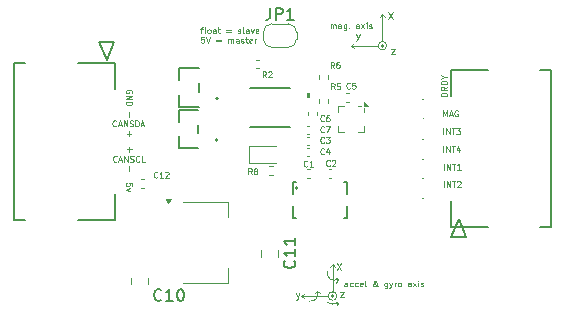
<source format=gbr>
%TF.GenerationSoftware,KiCad,Pcbnew,8.0.7*%
%TF.CreationDate,2024-12-18T22:04:57+01:00*%
%TF.ProjectId,Xplore ERC IMU,58706c6f-7265-4204-9552-4320494d552e,rev?*%
%TF.SameCoordinates,Original*%
%TF.FileFunction,Legend,Top*%
%TF.FilePolarity,Positive*%
%FSLAX46Y46*%
G04 Gerber Fmt 4.6, Leading zero omitted, Abs format (unit mm)*
G04 Created by KiCad (PCBNEW 8.0.7) date 2024-12-18 22:04:57*
%MOMM*%
%LPD*%
G01*
G04 APERTURE LIST*
%ADD10C,0.100000*%
%ADD11C,0.152078*%
%ADD12C,0.150000*%
%ADD13C,0.120000*%
%ADD14C,0.103417*%
%ADD15C,0.152400*%
%ADD16C,0.127000*%
%ADD17C,0.200000*%
%ADD18C,0.000000*%
G04 APERTURE END LIST*
D10*
X150690717Y-95850000D02*
G75*
G02*
X149968389Y-95850000I-361164J0D01*
G01*
X149968389Y-95850000D02*
G75*
G02*
X150690717Y-95850000I361164J0D01*
G01*
X143402058Y-117052009D02*
X143652058Y-116852009D01*
X146558587Y-117614631D02*
X146500000Y-117800000D01*
D11*
X150405592Y-95850000D02*
G75*
G02*
X150253514Y-95850000I-76039J0D01*
G01*
X150253514Y-95850000D02*
G75*
G02*
X150405592Y-95850000I76039J0D01*
G01*
X146176039Y-117050000D02*
G75*
G02*
X146023961Y-117050000I-76039J0D01*
G01*
X146023961Y-117050000D02*
G75*
G02*
X146176039Y-117050000I76039J0D01*
G01*
D10*
X150329553Y-93150000D02*
X150129553Y-93400000D01*
X145738836Y-117050000D02*
X143402058Y-117052009D01*
X144652058Y-116802009D02*
X144783552Y-116604874D01*
X149968389Y-95850000D02*
X147631611Y-95852009D01*
X146558587Y-117614631D02*
G75*
G02*
X145649995Y-117600009I-442287J753531D01*
G01*
X146100000Y-116688836D02*
X146100000Y-114350000D01*
X146400000Y-117550000D02*
X146558587Y-117614631D01*
X143402058Y-117052009D02*
X143652058Y-117252009D01*
X144783552Y-116604874D02*
G75*
G02*
X144142134Y-117470546I-499952J-300026D01*
G01*
X146352058Y-115502009D02*
X146549193Y-115633503D01*
X147631611Y-95852009D02*
X147881611Y-96052009D01*
X146100000Y-114350000D02*
X146300000Y-114600000D01*
X150329553Y-95488836D02*
X150329553Y-93150000D01*
X146558587Y-117614631D02*
X146400000Y-117550000D01*
X146549193Y-115633503D02*
X146402058Y-115902009D01*
X146461164Y-117050000D02*
G75*
G02*
X145738836Y-117050000I-361164J0D01*
G01*
X145738836Y-117050000D02*
G75*
G02*
X146461164Y-117050000I361164J0D01*
G01*
X150329553Y-93150000D02*
X150529553Y-93400000D01*
X144783552Y-116604874D02*
X145052058Y-116752009D01*
X146549193Y-115633503D02*
G75*
G02*
X145683514Y-114992084I-299993J500003D01*
G01*
X147631611Y-95852009D02*
X147881611Y-95652009D01*
X146100000Y-114350000D02*
X145900000Y-114600000D01*
X129092580Y-99846741D02*
X129116390Y-99799122D01*
X129116390Y-99799122D02*
X129116390Y-99727693D01*
X129116390Y-99727693D02*
X129092580Y-99656265D01*
X129092580Y-99656265D02*
X129044961Y-99608646D01*
X129044961Y-99608646D02*
X128997342Y-99584836D01*
X128997342Y-99584836D02*
X128902104Y-99561027D01*
X128902104Y-99561027D02*
X128830676Y-99561027D01*
X128830676Y-99561027D02*
X128735438Y-99584836D01*
X128735438Y-99584836D02*
X128687819Y-99608646D01*
X128687819Y-99608646D02*
X128640200Y-99656265D01*
X128640200Y-99656265D02*
X128616390Y-99727693D01*
X128616390Y-99727693D02*
X128616390Y-99775312D01*
X128616390Y-99775312D02*
X128640200Y-99846741D01*
X128640200Y-99846741D02*
X128664009Y-99870550D01*
X128664009Y-99870550D02*
X128830676Y-99870550D01*
X128830676Y-99870550D02*
X128830676Y-99775312D01*
X128616390Y-100084836D02*
X129116390Y-100084836D01*
X129116390Y-100084836D02*
X128616390Y-100370550D01*
X128616390Y-100370550D02*
X129116390Y-100370550D01*
X128616390Y-100608646D02*
X129116390Y-100608646D01*
X129116390Y-100608646D02*
X129116390Y-100727694D01*
X129116390Y-100727694D02*
X129092580Y-100799122D01*
X129092580Y-100799122D02*
X129044961Y-100846741D01*
X129044961Y-100846741D02*
X128997342Y-100870551D01*
X128997342Y-100870551D02*
X128902104Y-100894360D01*
X128902104Y-100894360D02*
X128830676Y-100894360D01*
X128830676Y-100894360D02*
X128735438Y-100870551D01*
X128735438Y-100870551D02*
X128687819Y-100846741D01*
X128687819Y-100846741D02*
X128640200Y-100799122D01*
X128640200Y-100799122D02*
X128616390Y-100727694D01*
X128616390Y-100727694D02*
X128616390Y-100608646D01*
X155534836Y-107823665D02*
X155534836Y-107323665D01*
X155772931Y-107823665D02*
X155772931Y-107323665D01*
X155772931Y-107323665D02*
X156058645Y-107823665D01*
X156058645Y-107823665D02*
X156058645Y-107323665D01*
X156225313Y-107323665D02*
X156511027Y-107323665D01*
X156368170Y-107823665D02*
X156368170Y-107323665D01*
X156653884Y-107371284D02*
X156677693Y-107347475D01*
X156677693Y-107347475D02*
X156725312Y-107323665D01*
X156725312Y-107323665D02*
X156844360Y-107323665D01*
X156844360Y-107323665D02*
X156891979Y-107347475D01*
X156891979Y-107347475D02*
X156915788Y-107371284D01*
X156915788Y-107371284D02*
X156939598Y-107418903D01*
X156939598Y-107418903D02*
X156939598Y-107466522D01*
X156939598Y-107466522D02*
X156915788Y-107537951D01*
X156915788Y-107537951D02*
X156630074Y-107823665D01*
X156630074Y-107823665D02*
X156939598Y-107823665D01*
X128893133Y-104815163D02*
X128893133Y-104434211D01*
X129083609Y-104624687D02*
X128702657Y-104624687D01*
X128904985Y-106425347D02*
X128904985Y-106044395D01*
X139270550Y-106733609D02*
X139103884Y-106495514D01*
X138984836Y-106733609D02*
X138984836Y-106233609D01*
X138984836Y-106233609D02*
X139175312Y-106233609D01*
X139175312Y-106233609D02*
X139222931Y-106257419D01*
X139222931Y-106257419D02*
X139246741Y-106281228D01*
X139246741Y-106281228D02*
X139270550Y-106328847D01*
X139270550Y-106328847D02*
X139270550Y-106400276D01*
X139270550Y-106400276D02*
X139246741Y-106447895D01*
X139246741Y-106447895D02*
X139222931Y-106471704D01*
X139222931Y-106471704D02*
X139175312Y-106495514D01*
X139175312Y-106495514D02*
X138984836Y-106495514D01*
X139556265Y-106447895D02*
X139508646Y-106424085D01*
X139508646Y-106424085D02*
X139484836Y-106400276D01*
X139484836Y-106400276D02*
X139461027Y-106352657D01*
X139461027Y-106352657D02*
X139461027Y-106328847D01*
X139461027Y-106328847D02*
X139484836Y-106281228D01*
X139484836Y-106281228D02*
X139508646Y-106257419D01*
X139508646Y-106257419D02*
X139556265Y-106233609D01*
X139556265Y-106233609D02*
X139651503Y-106233609D01*
X139651503Y-106233609D02*
X139699122Y-106257419D01*
X139699122Y-106257419D02*
X139722931Y-106281228D01*
X139722931Y-106281228D02*
X139746741Y-106328847D01*
X139746741Y-106328847D02*
X139746741Y-106352657D01*
X139746741Y-106352657D02*
X139722931Y-106400276D01*
X139722931Y-106400276D02*
X139699122Y-106424085D01*
X139699122Y-106424085D02*
X139651503Y-106447895D01*
X139651503Y-106447895D02*
X139556265Y-106447895D01*
X139556265Y-106447895D02*
X139508646Y-106471704D01*
X139508646Y-106471704D02*
X139484836Y-106495514D01*
X139484836Y-106495514D02*
X139461027Y-106543133D01*
X139461027Y-106543133D02*
X139461027Y-106638371D01*
X139461027Y-106638371D02*
X139484836Y-106685990D01*
X139484836Y-106685990D02*
X139508646Y-106709800D01*
X139508646Y-106709800D02*
X139556265Y-106733609D01*
X139556265Y-106733609D02*
X139651503Y-106733609D01*
X139651503Y-106733609D02*
X139699122Y-106709800D01*
X139699122Y-106709800D02*
X139722931Y-106685990D01*
X139722931Y-106685990D02*
X139746741Y-106638371D01*
X139746741Y-106638371D02*
X139746741Y-106543133D01*
X139746741Y-106543133D02*
X139722931Y-106495514D01*
X139722931Y-106495514D02*
X139699122Y-106471704D01*
X139699122Y-106471704D02*
X139651503Y-106447895D01*
X155534836Y-106333609D02*
X155534836Y-105833609D01*
X155772931Y-106333609D02*
X155772931Y-105833609D01*
X155772931Y-105833609D02*
X156058645Y-106333609D01*
X156058645Y-106333609D02*
X156058645Y-105833609D01*
X156225313Y-105833609D02*
X156511027Y-105833609D01*
X156368170Y-106333609D02*
X156368170Y-105833609D01*
X156939598Y-106333609D02*
X156653884Y-106333609D01*
X156796741Y-106333609D02*
X156796741Y-105833609D01*
X156796741Y-105833609D02*
X156749122Y-105905038D01*
X156749122Y-105905038D02*
X156701503Y-105952657D01*
X156701503Y-105952657D02*
X156653884Y-105976466D01*
X151198496Y-93628628D02*
X150798496Y-93028628D01*
X150798496Y-93628628D02*
X151198496Y-93028628D01*
X127770550Y-102635990D02*
X127746741Y-102659800D01*
X127746741Y-102659800D02*
X127675312Y-102683609D01*
X127675312Y-102683609D02*
X127627693Y-102683609D01*
X127627693Y-102683609D02*
X127556265Y-102659800D01*
X127556265Y-102659800D02*
X127508646Y-102612180D01*
X127508646Y-102612180D02*
X127484836Y-102564561D01*
X127484836Y-102564561D02*
X127461027Y-102469323D01*
X127461027Y-102469323D02*
X127461027Y-102397895D01*
X127461027Y-102397895D02*
X127484836Y-102302657D01*
X127484836Y-102302657D02*
X127508646Y-102255038D01*
X127508646Y-102255038D02*
X127556265Y-102207419D01*
X127556265Y-102207419D02*
X127627693Y-102183609D01*
X127627693Y-102183609D02*
X127675312Y-102183609D01*
X127675312Y-102183609D02*
X127746741Y-102207419D01*
X127746741Y-102207419D02*
X127770550Y-102231228D01*
X127961027Y-102540752D02*
X128199122Y-102540752D01*
X127913408Y-102683609D02*
X128080074Y-102183609D01*
X128080074Y-102183609D02*
X128246741Y-102683609D01*
X128413407Y-102683609D02*
X128413407Y-102183609D01*
X128413407Y-102183609D02*
X128699121Y-102683609D01*
X128699121Y-102683609D02*
X128699121Y-102183609D01*
X128913408Y-102659800D02*
X128984836Y-102683609D01*
X128984836Y-102683609D02*
X129103884Y-102683609D01*
X129103884Y-102683609D02*
X129151503Y-102659800D01*
X129151503Y-102659800D02*
X129175312Y-102635990D01*
X129175312Y-102635990D02*
X129199122Y-102588371D01*
X129199122Y-102588371D02*
X129199122Y-102540752D01*
X129199122Y-102540752D02*
X129175312Y-102493133D01*
X129175312Y-102493133D02*
X129151503Y-102469323D01*
X129151503Y-102469323D02*
X129103884Y-102445514D01*
X129103884Y-102445514D02*
X129008646Y-102421704D01*
X129008646Y-102421704D02*
X128961027Y-102397895D01*
X128961027Y-102397895D02*
X128937217Y-102374085D01*
X128937217Y-102374085D02*
X128913408Y-102326466D01*
X128913408Y-102326466D02*
X128913408Y-102278847D01*
X128913408Y-102278847D02*
X128937217Y-102231228D01*
X128937217Y-102231228D02*
X128961027Y-102207419D01*
X128961027Y-102207419D02*
X129008646Y-102183609D01*
X129008646Y-102183609D02*
X129127693Y-102183609D01*
X129127693Y-102183609D02*
X129199122Y-102207419D01*
X129413407Y-102683609D02*
X129413407Y-102183609D01*
X129413407Y-102183609D02*
X129532455Y-102183609D01*
X129532455Y-102183609D02*
X129603883Y-102207419D01*
X129603883Y-102207419D02*
X129651502Y-102255038D01*
X129651502Y-102255038D02*
X129675312Y-102302657D01*
X129675312Y-102302657D02*
X129699121Y-102397895D01*
X129699121Y-102397895D02*
X129699121Y-102469323D01*
X129699121Y-102469323D02*
X129675312Y-102564561D01*
X129675312Y-102564561D02*
X129651502Y-102612180D01*
X129651502Y-102612180D02*
X129603883Y-102659800D01*
X129603883Y-102659800D02*
X129532455Y-102683609D01*
X129532455Y-102683609D02*
X129413407Y-102683609D01*
X129889598Y-102540752D02*
X130127693Y-102540752D01*
X129841979Y-102683609D02*
X130008645Y-102183609D01*
X130008645Y-102183609D02*
X130175312Y-102683609D01*
X145370550Y-102185990D02*
X145346741Y-102209800D01*
X145346741Y-102209800D02*
X145275312Y-102233609D01*
X145275312Y-102233609D02*
X145227693Y-102233609D01*
X145227693Y-102233609D02*
X145156265Y-102209800D01*
X145156265Y-102209800D02*
X145108646Y-102162180D01*
X145108646Y-102162180D02*
X145084836Y-102114561D01*
X145084836Y-102114561D02*
X145061027Y-102019323D01*
X145061027Y-102019323D02*
X145061027Y-101947895D01*
X145061027Y-101947895D02*
X145084836Y-101852657D01*
X145084836Y-101852657D02*
X145108646Y-101805038D01*
X145108646Y-101805038D02*
X145156265Y-101757419D01*
X145156265Y-101757419D02*
X145227693Y-101733609D01*
X145227693Y-101733609D02*
X145275312Y-101733609D01*
X145275312Y-101733609D02*
X145346741Y-101757419D01*
X145346741Y-101757419D02*
X145370550Y-101781228D01*
X145799122Y-101733609D02*
X145703884Y-101733609D01*
X145703884Y-101733609D02*
X145656265Y-101757419D01*
X145656265Y-101757419D02*
X145632455Y-101781228D01*
X145632455Y-101781228D02*
X145584836Y-101852657D01*
X145584836Y-101852657D02*
X145561027Y-101947895D01*
X145561027Y-101947895D02*
X145561027Y-102138371D01*
X145561027Y-102138371D02*
X145584836Y-102185990D01*
X145584836Y-102185990D02*
X145608646Y-102209800D01*
X145608646Y-102209800D02*
X145656265Y-102233609D01*
X145656265Y-102233609D02*
X145751503Y-102233609D01*
X145751503Y-102233609D02*
X145799122Y-102209800D01*
X145799122Y-102209800D02*
X145822931Y-102185990D01*
X145822931Y-102185990D02*
X145846741Y-102138371D01*
X145846741Y-102138371D02*
X145846741Y-102019323D01*
X145846741Y-102019323D02*
X145822931Y-101971704D01*
X145822931Y-101971704D02*
X145799122Y-101947895D01*
X145799122Y-101947895D02*
X145751503Y-101924085D01*
X145751503Y-101924085D02*
X145656265Y-101924085D01*
X145656265Y-101924085D02*
X145608646Y-101947895D01*
X145608646Y-101947895D02*
X145584836Y-101971704D01*
X145584836Y-101971704D02*
X145561027Y-102019323D01*
X134915665Y-94464955D02*
X135106141Y-94464955D01*
X134987093Y-94798288D02*
X134987093Y-94369717D01*
X134987093Y-94369717D02*
X135010903Y-94322098D01*
X135010903Y-94322098D02*
X135058522Y-94298288D01*
X135058522Y-94298288D02*
X135106141Y-94298288D01*
X135344236Y-94798288D02*
X135296617Y-94774479D01*
X135296617Y-94774479D02*
X135272807Y-94726859D01*
X135272807Y-94726859D02*
X135272807Y-94298288D01*
X135606141Y-94798288D02*
X135558522Y-94774479D01*
X135558522Y-94774479D02*
X135534712Y-94750669D01*
X135534712Y-94750669D02*
X135510903Y-94703050D01*
X135510903Y-94703050D02*
X135510903Y-94560193D01*
X135510903Y-94560193D02*
X135534712Y-94512574D01*
X135534712Y-94512574D02*
X135558522Y-94488764D01*
X135558522Y-94488764D02*
X135606141Y-94464955D01*
X135606141Y-94464955D02*
X135677569Y-94464955D01*
X135677569Y-94464955D02*
X135725188Y-94488764D01*
X135725188Y-94488764D02*
X135748998Y-94512574D01*
X135748998Y-94512574D02*
X135772807Y-94560193D01*
X135772807Y-94560193D02*
X135772807Y-94703050D01*
X135772807Y-94703050D02*
X135748998Y-94750669D01*
X135748998Y-94750669D02*
X135725188Y-94774479D01*
X135725188Y-94774479D02*
X135677569Y-94798288D01*
X135677569Y-94798288D02*
X135606141Y-94798288D01*
X136201379Y-94798288D02*
X136201379Y-94536383D01*
X136201379Y-94536383D02*
X136177569Y-94488764D01*
X136177569Y-94488764D02*
X136129950Y-94464955D01*
X136129950Y-94464955D02*
X136034712Y-94464955D01*
X136034712Y-94464955D02*
X135987093Y-94488764D01*
X136201379Y-94774479D02*
X136153760Y-94798288D01*
X136153760Y-94798288D02*
X136034712Y-94798288D01*
X136034712Y-94798288D02*
X135987093Y-94774479D01*
X135987093Y-94774479D02*
X135963284Y-94726859D01*
X135963284Y-94726859D02*
X135963284Y-94679240D01*
X135963284Y-94679240D02*
X135987093Y-94631621D01*
X135987093Y-94631621D02*
X136034712Y-94607812D01*
X136034712Y-94607812D02*
X136153760Y-94607812D01*
X136153760Y-94607812D02*
X136201379Y-94584002D01*
X136368046Y-94464955D02*
X136558522Y-94464955D01*
X136439474Y-94298288D02*
X136439474Y-94726859D01*
X136439474Y-94726859D02*
X136463284Y-94774479D01*
X136463284Y-94774479D02*
X136510903Y-94798288D01*
X136510903Y-94798288D02*
X136558522Y-94798288D01*
X137106140Y-94536383D02*
X137487093Y-94536383D01*
X137487093Y-94679240D02*
X137106140Y-94679240D01*
X138082331Y-94774479D02*
X138129950Y-94798288D01*
X138129950Y-94798288D02*
X138225188Y-94798288D01*
X138225188Y-94798288D02*
X138272807Y-94774479D01*
X138272807Y-94774479D02*
X138296616Y-94726859D01*
X138296616Y-94726859D02*
X138296616Y-94703050D01*
X138296616Y-94703050D02*
X138272807Y-94655431D01*
X138272807Y-94655431D02*
X138225188Y-94631621D01*
X138225188Y-94631621D02*
X138153759Y-94631621D01*
X138153759Y-94631621D02*
X138106140Y-94607812D01*
X138106140Y-94607812D02*
X138082331Y-94560193D01*
X138082331Y-94560193D02*
X138082331Y-94536383D01*
X138082331Y-94536383D02*
X138106140Y-94488764D01*
X138106140Y-94488764D02*
X138153759Y-94464955D01*
X138153759Y-94464955D02*
X138225188Y-94464955D01*
X138225188Y-94464955D02*
X138272807Y-94488764D01*
X138582331Y-94798288D02*
X138534712Y-94774479D01*
X138534712Y-94774479D02*
X138510902Y-94726859D01*
X138510902Y-94726859D02*
X138510902Y-94298288D01*
X138987093Y-94798288D02*
X138987093Y-94536383D01*
X138987093Y-94536383D02*
X138963283Y-94488764D01*
X138963283Y-94488764D02*
X138915664Y-94464955D01*
X138915664Y-94464955D02*
X138820426Y-94464955D01*
X138820426Y-94464955D02*
X138772807Y-94488764D01*
X138987093Y-94774479D02*
X138939474Y-94798288D01*
X138939474Y-94798288D02*
X138820426Y-94798288D01*
X138820426Y-94798288D02*
X138772807Y-94774479D01*
X138772807Y-94774479D02*
X138748998Y-94726859D01*
X138748998Y-94726859D02*
X138748998Y-94679240D01*
X138748998Y-94679240D02*
X138772807Y-94631621D01*
X138772807Y-94631621D02*
X138820426Y-94607812D01*
X138820426Y-94607812D02*
X138939474Y-94607812D01*
X138939474Y-94607812D02*
X138987093Y-94584002D01*
X139177569Y-94464955D02*
X139296617Y-94798288D01*
X139296617Y-94798288D02*
X139415664Y-94464955D01*
X139796616Y-94774479D02*
X139748997Y-94798288D01*
X139748997Y-94798288D02*
X139653759Y-94798288D01*
X139653759Y-94798288D02*
X139606140Y-94774479D01*
X139606140Y-94774479D02*
X139582331Y-94726859D01*
X139582331Y-94726859D02*
X139582331Y-94536383D01*
X139582331Y-94536383D02*
X139606140Y-94488764D01*
X139606140Y-94488764D02*
X139653759Y-94464955D01*
X139653759Y-94464955D02*
X139748997Y-94464955D01*
X139748997Y-94464955D02*
X139796616Y-94488764D01*
X139796616Y-94488764D02*
X139820426Y-94536383D01*
X139820426Y-94536383D02*
X139820426Y-94584002D01*
X139820426Y-94584002D02*
X139582331Y-94631621D01*
X135225188Y-95103260D02*
X134987093Y-95103260D01*
X134987093Y-95103260D02*
X134963284Y-95341355D01*
X134963284Y-95341355D02*
X134987093Y-95317546D01*
X134987093Y-95317546D02*
X135034712Y-95293736D01*
X135034712Y-95293736D02*
X135153760Y-95293736D01*
X135153760Y-95293736D02*
X135201379Y-95317546D01*
X135201379Y-95317546D02*
X135225188Y-95341355D01*
X135225188Y-95341355D02*
X135248998Y-95388974D01*
X135248998Y-95388974D02*
X135248998Y-95508022D01*
X135248998Y-95508022D02*
X135225188Y-95555641D01*
X135225188Y-95555641D02*
X135201379Y-95579451D01*
X135201379Y-95579451D02*
X135153760Y-95603260D01*
X135153760Y-95603260D02*
X135034712Y-95603260D01*
X135034712Y-95603260D02*
X134987093Y-95579451D01*
X134987093Y-95579451D02*
X134963284Y-95555641D01*
X135391855Y-95103260D02*
X135558521Y-95603260D01*
X135558521Y-95603260D02*
X135725188Y-95103260D01*
X136272806Y-95341355D02*
X136653759Y-95341355D01*
X136653759Y-95484212D02*
X136272806Y-95484212D01*
X137272806Y-95603260D02*
X137272806Y-95269927D01*
X137272806Y-95317546D02*
X137296616Y-95293736D01*
X137296616Y-95293736D02*
X137344235Y-95269927D01*
X137344235Y-95269927D02*
X137415663Y-95269927D01*
X137415663Y-95269927D02*
X137463282Y-95293736D01*
X137463282Y-95293736D02*
X137487092Y-95341355D01*
X137487092Y-95341355D02*
X137487092Y-95603260D01*
X137487092Y-95341355D02*
X137510901Y-95293736D01*
X137510901Y-95293736D02*
X137558520Y-95269927D01*
X137558520Y-95269927D02*
X137629949Y-95269927D01*
X137629949Y-95269927D02*
X137677568Y-95293736D01*
X137677568Y-95293736D02*
X137701378Y-95341355D01*
X137701378Y-95341355D02*
X137701378Y-95603260D01*
X138153759Y-95603260D02*
X138153759Y-95341355D01*
X138153759Y-95341355D02*
X138129949Y-95293736D01*
X138129949Y-95293736D02*
X138082330Y-95269927D01*
X138082330Y-95269927D02*
X137987092Y-95269927D01*
X137987092Y-95269927D02*
X137939473Y-95293736D01*
X138153759Y-95579451D02*
X138106140Y-95603260D01*
X138106140Y-95603260D02*
X137987092Y-95603260D01*
X137987092Y-95603260D02*
X137939473Y-95579451D01*
X137939473Y-95579451D02*
X137915664Y-95531831D01*
X137915664Y-95531831D02*
X137915664Y-95484212D01*
X137915664Y-95484212D02*
X137939473Y-95436593D01*
X137939473Y-95436593D02*
X137987092Y-95412784D01*
X137987092Y-95412784D02*
X138106140Y-95412784D01*
X138106140Y-95412784D02*
X138153759Y-95388974D01*
X138368045Y-95579451D02*
X138415664Y-95603260D01*
X138415664Y-95603260D02*
X138510902Y-95603260D01*
X138510902Y-95603260D02*
X138558521Y-95579451D01*
X138558521Y-95579451D02*
X138582330Y-95531831D01*
X138582330Y-95531831D02*
X138582330Y-95508022D01*
X138582330Y-95508022D02*
X138558521Y-95460403D01*
X138558521Y-95460403D02*
X138510902Y-95436593D01*
X138510902Y-95436593D02*
X138439473Y-95436593D01*
X138439473Y-95436593D02*
X138391854Y-95412784D01*
X138391854Y-95412784D02*
X138368045Y-95365165D01*
X138368045Y-95365165D02*
X138368045Y-95341355D01*
X138368045Y-95341355D02*
X138391854Y-95293736D01*
X138391854Y-95293736D02*
X138439473Y-95269927D01*
X138439473Y-95269927D02*
X138510902Y-95269927D01*
X138510902Y-95269927D02*
X138558521Y-95293736D01*
X138725188Y-95269927D02*
X138915664Y-95269927D01*
X138796616Y-95103260D02*
X138796616Y-95531831D01*
X138796616Y-95531831D02*
X138820426Y-95579451D01*
X138820426Y-95579451D02*
X138868045Y-95603260D01*
X138868045Y-95603260D02*
X138915664Y-95603260D01*
X139272806Y-95579451D02*
X139225187Y-95603260D01*
X139225187Y-95603260D02*
X139129949Y-95603260D01*
X139129949Y-95603260D02*
X139082330Y-95579451D01*
X139082330Y-95579451D02*
X139058521Y-95531831D01*
X139058521Y-95531831D02*
X139058521Y-95341355D01*
X139058521Y-95341355D02*
X139082330Y-95293736D01*
X139082330Y-95293736D02*
X139129949Y-95269927D01*
X139129949Y-95269927D02*
X139225187Y-95269927D01*
X139225187Y-95269927D02*
X139272806Y-95293736D01*
X139272806Y-95293736D02*
X139296616Y-95341355D01*
X139296616Y-95341355D02*
X139296616Y-95388974D01*
X139296616Y-95388974D02*
X139058521Y-95436593D01*
X139510901Y-95603260D02*
X139510901Y-95269927D01*
X139510901Y-95365165D02*
X139534711Y-95317546D01*
X139534711Y-95317546D02*
X139558520Y-95293736D01*
X139558520Y-95293736D02*
X139606139Y-95269927D01*
X139606139Y-95269927D02*
X139653758Y-95269927D01*
X155783609Y-100115163D02*
X155283609Y-100115163D01*
X155283609Y-100115163D02*
X155283609Y-99996115D01*
X155283609Y-99996115D02*
X155307419Y-99924687D01*
X155307419Y-99924687D02*
X155355038Y-99877068D01*
X155355038Y-99877068D02*
X155402657Y-99853258D01*
X155402657Y-99853258D02*
X155497895Y-99829449D01*
X155497895Y-99829449D02*
X155569323Y-99829449D01*
X155569323Y-99829449D02*
X155664561Y-99853258D01*
X155664561Y-99853258D02*
X155712180Y-99877068D01*
X155712180Y-99877068D02*
X155759800Y-99924687D01*
X155759800Y-99924687D02*
X155783609Y-99996115D01*
X155783609Y-99996115D02*
X155783609Y-100115163D01*
X155783609Y-99329449D02*
X155545514Y-99496115D01*
X155783609Y-99615163D02*
X155283609Y-99615163D01*
X155283609Y-99615163D02*
X155283609Y-99424687D01*
X155283609Y-99424687D02*
X155307419Y-99377068D01*
X155307419Y-99377068D02*
X155331228Y-99353258D01*
X155331228Y-99353258D02*
X155378847Y-99329449D01*
X155378847Y-99329449D02*
X155450276Y-99329449D01*
X155450276Y-99329449D02*
X155497895Y-99353258D01*
X155497895Y-99353258D02*
X155521704Y-99377068D01*
X155521704Y-99377068D02*
X155545514Y-99424687D01*
X155545514Y-99424687D02*
X155545514Y-99615163D01*
X155783609Y-99115163D02*
X155283609Y-99115163D01*
X155283609Y-99115163D02*
X155283609Y-98996115D01*
X155283609Y-98996115D02*
X155307419Y-98924687D01*
X155307419Y-98924687D02*
X155355038Y-98877068D01*
X155355038Y-98877068D02*
X155402657Y-98853258D01*
X155402657Y-98853258D02*
X155497895Y-98829449D01*
X155497895Y-98829449D02*
X155569323Y-98829449D01*
X155569323Y-98829449D02*
X155664561Y-98853258D01*
X155664561Y-98853258D02*
X155712180Y-98877068D01*
X155712180Y-98877068D02*
X155759800Y-98924687D01*
X155759800Y-98924687D02*
X155783609Y-98996115D01*
X155783609Y-98996115D02*
X155783609Y-99115163D01*
X155545514Y-98519925D02*
X155783609Y-98519925D01*
X155283609Y-98686591D02*
X155545514Y-98519925D01*
X155545514Y-98519925D02*
X155283609Y-98353258D01*
X145370550Y-104035990D02*
X145346741Y-104059800D01*
X145346741Y-104059800D02*
X145275312Y-104083609D01*
X145275312Y-104083609D02*
X145227693Y-104083609D01*
X145227693Y-104083609D02*
X145156265Y-104059800D01*
X145156265Y-104059800D02*
X145108646Y-104012180D01*
X145108646Y-104012180D02*
X145084836Y-103964561D01*
X145084836Y-103964561D02*
X145061027Y-103869323D01*
X145061027Y-103869323D02*
X145061027Y-103797895D01*
X145061027Y-103797895D02*
X145084836Y-103702657D01*
X145084836Y-103702657D02*
X145108646Y-103655038D01*
X145108646Y-103655038D02*
X145156265Y-103607419D01*
X145156265Y-103607419D02*
X145227693Y-103583609D01*
X145227693Y-103583609D02*
X145275312Y-103583609D01*
X145275312Y-103583609D02*
X145346741Y-103607419D01*
X145346741Y-103607419D02*
X145370550Y-103631228D01*
X145537217Y-103583609D02*
X145846741Y-103583609D01*
X145846741Y-103583609D02*
X145680074Y-103774085D01*
X145680074Y-103774085D02*
X145751503Y-103774085D01*
X145751503Y-103774085D02*
X145799122Y-103797895D01*
X145799122Y-103797895D02*
X145822931Y-103821704D01*
X145822931Y-103821704D02*
X145846741Y-103869323D01*
X145846741Y-103869323D02*
X145846741Y-103988371D01*
X145846741Y-103988371D02*
X145822931Y-104035990D01*
X145822931Y-104035990D02*
X145799122Y-104059800D01*
X145799122Y-104059800D02*
X145751503Y-104083609D01*
X145751503Y-104083609D02*
X145608646Y-104083609D01*
X145608646Y-104083609D02*
X145561027Y-104059800D01*
X145561027Y-104059800D02*
X145537217Y-104035990D01*
X129116390Y-107722931D02*
X129116390Y-107484836D01*
X129116390Y-107484836D02*
X128878295Y-107461027D01*
X128878295Y-107461027D02*
X128902104Y-107484836D01*
X128902104Y-107484836D02*
X128925914Y-107532455D01*
X128925914Y-107532455D02*
X128925914Y-107651503D01*
X128925914Y-107651503D02*
X128902104Y-107699122D01*
X128902104Y-107699122D02*
X128878295Y-107722931D01*
X128878295Y-107722931D02*
X128830676Y-107746741D01*
X128830676Y-107746741D02*
X128711628Y-107746741D01*
X128711628Y-107746741D02*
X128664009Y-107722931D01*
X128664009Y-107722931D02*
X128640200Y-107699122D01*
X128640200Y-107699122D02*
X128616390Y-107651503D01*
X128616390Y-107651503D02*
X128616390Y-107532455D01*
X128616390Y-107532455D02*
X128640200Y-107484836D01*
X128640200Y-107484836D02*
X128664009Y-107461027D01*
X128949723Y-107913407D02*
X128616390Y-108032455D01*
X128616390Y-108032455D02*
X128949723Y-108151502D01*
X151398496Y-96528628D02*
X151084211Y-96528628D01*
X151084211Y-96528628D02*
X151398496Y-96128628D01*
X151398496Y-96128628D02*
X151084211Y-96128628D01*
X143003561Y-116823380D02*
X143146418Y-117223380D01*
X143289275Y-116823380D02*
X143146418Y-117223380D01*
X143146418Y-117223380D02*
X143089275Y-117366237D01*
X143089275Y-117366237D02*
X143060704Y-117394809D01*
X143060704Y-117394809D02*
X143003561Y-117423380D01*
X127820550Y-105635990D02*
X127796741Y-105659800D01*
X127796741Y-105659800D02*
X127725312Y-105683609D01*
X127725312Y-105683609D02*
X127677693Y-105683609D01*
X127677693Y-105683609D02*
X127606265Y-105659800D01*
X127606265Y-105659800D02*
X127558646Y-105612180D01*
X127558646Y-105612180D02*
X127534836Y-105564561D01*
X127534836Y-105564561D02*
X127511027Y-105469323D01*
X127511027Y-105469323D02*
X127511027Y-105397895D01*
X127511027Y-105397895D02*
X127534836Y-105302657D01*
X127534836Y-105302657D02*
X127558646Y-105255038D01*
X127558646Y-105255038D02*
X127606265Y-105207419D01*
X127606265Y-105207419D02*
X127677693Y-105183609D01*
X127677693Y-105183609D02*
X127725312Y-105183609D01*
X127725312Y-105183609D02*
X127796741Y-105207419D01*
X127796741Y-105207419D02*
X127820550Y-105231228D01*
X128011027Y-105540752D02*
X128249122Y-105540752D01*
X127963408Y-105683609D02*
X128130074Y-105183609D01*
X128130074Y-105183609D02*
X128296741Y-105683609D01*
X128463407Y-105683609D02*
X128463407Y-105183609D01*
X128463407Y-105183609D02*
X128749121Y-105683609D01*
X128749121Y-105683609D02*
X128749121Y-105183609D01*
X128963408Y-105659800D02*
X129034836Y-105683609D01*
X129034836Y-105683609D02*
X129153884Y-105683609D01*
X129153884Y-105683609D02*
X129201503Y-105659800D01*
X129201503Y-105659800D02*
X129225312Y-105635990D01*
X129225312Y-105635990D02*
X129249122Y-105588371D01*
X129249122Y-105588371D02*
X129249122Y-105540752D01*
X129249122Y-105540752D02*
X129225312Y-105493133D01*
X129225312Y-105493133D02*
X129201503Y-105469323D01*
X129201503Y-105469323D02*
X129153884Y-105445514D01*
X129153884Y-105445514D02*
X129058646Y-105421704D01*
X129058646Y-105421704D02*
X129011027Y-105397895D01*
X129011027Y-105397895D02*
X128987217Y-105374085D01*
X128987217Y-105374085D02*
X128963408Y-105326466D01*
X128963408Y-105326466D02*
X128963408Y-105278847D01*
X128963408Y-105278847D02*
X128987217Y-105231228D01*
X128987217Y-105231228D02*
X129011027Y-105207419D01*
X129011027Y-105207419D02*
X129058646Y-105183609D01*
X129058646Y-105183609D02*
X129177693Y-105183609D01*
X129177693Y-105183609D02*
X129249122Y-105207419D01*
X129749121Y-105635990D02*
X129725312Y-105659800D01*
X129725312Y-105659800D02*
X129653883Y-105683609D01*
X129653883Y-105683609D02*
X129606264Y-105683609D01*
X129606264Y-105683609D02*
X129534836Y-105659800D01*
X129534836Y-105659800D02*
X129487217Y-105612180D01*
X129487217Y-105612180D02*
X129463407Y-105564561D01*
X129463407Y-105564561D02*
X129439598Y-105469323D01*
X129439598Y-105469323D02*
X129439598Y-105397895D01*
X129439598Y-105397895D02*
X129463407Y-105302657D01*
X129463407Y-105302657D02*
X129487217Y-105255038D01*
X129487217Y-105255038D02*
X129534836Y-105207419D01*
X129534836Y-105207419D02*
X129606264Y-105183609D01*
X129606264Y-105183609D02*
X129653883Y-105183609D01*
X129653883Y-105183609D02*
X129725312Y-105207419D01*
X129725312Y-105207419D02*
X129749121Y-105231228D01*
X130201502Y-105683609D02*
X129963407Y-105683609D01*
X129963407Y-105683609D02*
X129963407Y-105183609D01*
X128856866Y-101484836D02*
X128856866Y-101865789D01*
X147349122Y-116233609D02*
X147349122Y-115971704D01*
X147349122Y-115971704D02*
X147325312Y-115924085D01*
X147325312Y-115924085D02*
X147277693Y-115900276D01*
X147277693Y-115900276D02*
X147182455Y-115900276D01*
X147182455Y-115900276D02*
X147134836Y-115924085D01*
X147349122Y-116209800D02*
X147301503Y-116233609D01*
X147301503Y-116233609D02*
X147182455Y-116233609D01*
X147182455Y-116233609D02*
X147134836Y-116209800D01*
X147134836Y-116209800D02*
X147111027Y-116162180D01*
X147111027Y-116162180D02*
X147111027Y-116114561D01*
X147111027Y-116114561D02*
X147134836Y-116066942D01*
X147134836Y-116066942D02*
X147182455Y-116043133D01*
X147182455Y-116043133D02*
X147301503Y-116043133D01*
X147301503Y-116043133D02*
X147349122Y-116019323D01*
X147801503Y-116209800D02*
X147753884Y-116233609D01*
X147753884Y-116233609D02*
X147658646Y-116233609D01*
X147658646Y-116233609D02*
X147611027Y-116209800D01*
X147611027Y-116209800D02*
X147587217Y-116185990D01*
X147587217Y-116185990D02*
X147563408Y-116138371D01*
X147563408Y-116138371D02*
X147563408Y-115995514D01*
X147563408Y-115995514D02*
X147587217Y-115947895D01*
X147587217Y-115947895D02*
X147611027Y-115924085D01*
X147611027Y-115924085D02*
X147658646Y-115900276D01*
X147658646Y-115900276D02*
X147753884Y-115900276D01*
X147753884Y-115900276D02*
X147801503Y-115924085D01*
X148230074Y-116209800D02*
X148182455Y-116233609D01*
X148182455Y-116233609D02*
X148087217Y-116233609D01*
X148087217Y-116233609D02*
X148039598Y-116209800D01*
X148039598Y-116209800D02*
X148015788Y-116185990D01*
X148015788Y-116185990D02*
X147991979Y-116138371D01*
X147991979Y-116138371D02*
X147991979Y-115995514D01*
X147991979Y-115995514D02*
X148015788Y-115947895D01*
X148015788Y-115947895D02*
X148039598Y-115924085D01*
X148039598Y-115924085D02*
X148087217Y-115900276D01*
X148087217Y-115900276D02*
X148182455Y-115900276D01*
X148182455Y-115900276D02*
X148230074Y-115924085D01*
X148634835Y-116209800D02*
X148587216Y-116233609D01*
X148587216Y-116233609D02*
X148491978Y-116233609D01*
X148491978Y-116233609D02*
X148444359Y-116209800D01*
X148444359Y-116209800D02*
X148420550Y-116162180D01*
X148420550Y-116162180D02*
X148420550Y-115971704D01*
X148420550Y-115971704D02*
X148444359Y-115924085D01*
X148444359Y-115924085D02*
X148491978Y-115900276D01*
X148491978Y-115900276D02*
X148587216Y-115900276D01*
X148587216Y-115900276D02*
X148634835Y-115924085D01*
X148634835Y-115924085D02*
X148658645Y-115971704D01*
X148658645Y-115971704D02*
X148658645Y-116019323D01*
X148658645Y-116019323D02*
X148420550Y-116066942D01*
X148944359Y-116233609D02*
X148896740Y-116209800D01*
X148896740Y-116209800D02*
X148872930Y-116162180D01*
X148872930Y-116162180D02*
X148872930Y-115733609D01*
X149920549Y-116233609D02*
X149896740Y-116233609D01*
X149896740Y-116233609D02*
X149849120Y-116209800D01*
X149849120Y-116209800D02*
X149777692Y-116138371D01*
X149777692Y-116138371D02*
X149658644Y-115995514D01*
X149658644Y-115995514D02*
X149611025Y-115924085D01*
X149611025Y-115924085D02*
X149587216Y-115852657D01*
X149587216Y-115852657D02*
X149587216Y-115805038D01*
X149587216Y-115805038D02*
X149611025Y-115757419D01*
X149611025Y-115757419D02*
X149658644Y-115733609D01*
X149658644Y-115733609D02*
X149682454Y-115733609D01*
X149682454Y-115733609D02*
X149730073Y-115757419D01*
X149730073Y-115757419D02*
X149753882Y-115805038D01*
X149753882Y-115805038D02*
X149753882Y-115828847D01*
X149753882Y-115828847D02*
X149730073Y-115876466D01*
X149730073Y-115876466D02*
X149706263Y-115900276D01*
X149706263Y-115900276D02*
X149563406Y-115995514D01*
X149563406Y-115995514D02*
X149539597Y-116019323D01*
X149539597Y-116019323D02*
X149515787Y-116066942D01*
X149515787Y-116066942D02*
X149515787Y-116138371D01*
X149515787Y-116138371D02*
X149539597Y-116185990D01*
X149539597Y-116185990D02*
X149563406Y-116209800D01*
X149563406Y-116209800D02*
X149611025Y-116233609D01*
X149611025Y-116233609D02*
X149682454Y-116233609D01*
X149682454Y-116233609D02*
X149730073Y-116209800D01*
X149730073Y-116209800D02*
X149753882Y-116185990D01*
X149753882Y-116185990D02*
X149825311Y-116090752D01*
X149825311Y-116090752D02*
X149849120Y-116019323D01*
X149849120Y-116019323D02*
X149849120Y-115971704D01*
X150730073Y-115900276D02*
X150730073Y-116305038D01*
X150730073Y-116305038D02*
X150706263Y-116352657D01*
X150706263Y-116352657D02*
X150682454Y-116376466D01*
X150682454Y-116376466D02*
X150634835Y-116400276D01*
X150634835Y-116400276D02*
X150563406Y-116400276D01*
X150563406Y-116400276D02*
X150515787Y-116376466D01*
X150730073Y-116209800D02*
X150682454Y-116233609D01*
X150682454Y-116233609D02*
X150587216Y-116233609D01*
X150587216Y-116233609D02*
X150539597Y-116209800D01*
X150539597Y-116209800D02*
X150515787Y-116185990D01*
X150515787Y-116185990D02*
X150491978Y-116138371D01*
X150491978Y-116138371D02*
X150491978Y-115995514D01*
X150491978Y-115995514D02*
X150515787Y-115947895D01*
X150515787Y-115947895D02*
X150539597Y-115924085D01*
X150539597Y-115924085D02*
X150587216Y-115900276D01*
X150587216Y-115900276D02*
X150682454Y-115900276D01*
X150682454Y-115900276D02*
X150730073Y-115924085D01*
X150920549Y-115900276D02*
X151039597Y-116233609D01*
X151158644Y-115900276D02*
X151039597Y-116233609D01*
X151039597Y-116233609D02*
X150991978Y-116352657D01*
X150991978Y-116352657D02*
X150968168Y-116376466D01*
X150968168Y-116376466D02*
X150920549Y-116400276D01*
X151349120Y-116233609D02*
X151349120Y-115900276D01*
X151349120Y-115995514D02*
X151372930Y-115947895D01*
X151372930Y-115947895D02*
X151396739Y-115924085D01*
X151396739Y-115924085D02*
X151444358Y-115900276D01*
X151444358Y-115900276D02*
X151491977Y-115900276D01*
X151730073Y-116233609D02*
X151682454Y-116209800D01*
X151682454Y-116209800D02*
X151658644Y-116185990D01*
X151658644Y-116185990D02*
X151634835Y-116138371D01*
X151634835Y-116138371D02*
X151634835Y-115995514D01*
X151634835Y-115995514D02*
X151658644Y-115947895D01*
X151658644Y-115947895D02*
X151682454Y-115924085D01*
X151682454Y-115924085D02*
X151730073Y-115900276D01*
X151730073Y-115900276D02*
X151801501Y-115900276D01*
X151801501Y-115900276D02*
X151849120Y-115924085D01*
X151849120Y-115924085D02*
X151872930Y-115947895D01*
X151872930Y-115947895D02*
X151896739Y-115995514D01*
X151896739Y-115995514D02*
X151896739Y-116138371D01*
X151896739Y-116138371D02*
X151872930Y-116185990D01*
X151872930Y-116185990D02*
X151849120Y-116209800D01*
X151849120Y-116209800D02*
X151801501Y-116233609D01*
X151801501Y-116233609D02*
X151730073Y-116233609D01*
X152706263Y-116233609D02*
X152706263Y-115971704D01*
X152706263Y-115971704D02*
X152682453Y-115924085D01*
X152682453Y-115924085D02*
X152634834Y-115900276D01*
X152634834Y-115900276D02*
X152539596Y-115900276D01*
X152539596Y-115900276D02*
X152491977Y-115924085D01*
X152706263Y-116209800D02*
X152658644Y-116233609D01*
X152658644Y-116233609D02*
X152539596Y-116233609D01*
X152539596Y-116233609D02*
X152491977Y-116209800D01*
X152491977Y-116209800D02*
X152468168Y-116162180D01*
X152468168Y-116162180D02*
X152468168Y-116114561D01*
X152468168Y-116114561D02*
X152491977Y-116066942D01*
X152491977Y-116066942D02*
X152539596Y-116043133D01*
X152539596Y-116043133D02*
X152658644Y-116043133D01*
X152658644Y-116043133D02*
X152706263Y-116019323D01*
X152896739Y-116233609D02*
X153158644Y-115900276D01*
X152896739Y-115900276D02*
X153158644Y-116233609D01*
X153349120Y-116233609D02*
X153349120Y-115900276D01*
X153349120Y-115733609D02*
X153325311Y-115757419D01*
X153325311Y-115757419D02*
X153349120Y-115781228D01*
X153349120Y-115781228D02*
X153372930Y-115757419D01*
X153372930Y-115757419D02*
X153349120Y-115733609D01*
X153349120Y-115733609D02*
X153349120Y-115781228D01*
X153563406Y-116209800D02*
X153611025Y-116233609D01*
X153611025Y-116233609D02*
X153706263Y-116233609D01*
X153706263Y-116233609D02*
X153753882Y-116209800D01*
X153753882Y-116209800D02*
X153777691Y-116162180D01*
X153777691Y-116162180D02*
X153777691Y-116138371D01*
X153777691Y-116138371D02*
X153753882Y-116090752D01*
X153753882Y-116090752D02*
X153706263Y-116066942D01*
X153706263Y-116066942D02*
X153634834Y-116066942D01*
X153634834Y-116066942D02*
X153587215Y-116043133D01*
X153587215Y-116043133D02*
X153563406Y-115995514D01*
X153563406Y-115995514D02*
X153563406Y-115971704D01*
X153563406Y-115971704D02*
X153587215Y-115924085D01*
X153587215Y-115924085D02*
X153634834Y-115900276D01*
X153634834Y-115900276D02*
X153706263Y-115900276D01*
X153706263Y-115900276D02*
X153753882Y-115924085D01*
X145370550Y-103135990D02*
X145346741Y-103159800D01*
X145346741Y-103159800D02*
X145275312Y-103183609D01*
X145275312Y-103183609D02*
X145227693Y-103183609D01*
X145227693Y-103183609D02*
X145156265Y-103159800D01*
X145156265Y-103159800D02*
X145108646Y-103112180D01*
X145108646Y-103112180D02*
X145084836Y-103064561D01*
X145084836Y-103064561D02*
X145061027Y-102969323D01*
X145061027Y-102969323D02*
X145061027Y-102897895D01*
X145061027Y-102897895D02*
X145084836Y-102802657D01*
X145084836Y-102802657D02*
X145108646Y-102755038D01*
X145108646Y-102755038D02*
X145156265Y-102707419D01*
X145156265Y-102707419D02*
X145227693Y-102683609D01*
X145227693Y-102683609D02*
X145275312Y-102683609D01*
X145275312Y-102683609D02*
X145346741Y-102707419D01*
X145346741Y-102707419D02*
X145370550Y-102731228D01*
X145537217Y-102683609D02*
X145870550Y-102683609D01*
X145870550Y-102683609D02*
X145656265Y-103183609D01*
X155484836Y-103333609D02*
X155484836Y-102833609D01*
X155722931Y-103333609D02*
X155722931Y-102833609D01*
X155722931Y-102833609D02*
X156008645Y-103333609D01*
X156008645Y-103333609D02*
X156008645Y-102833609D01*
X156175313Y-102833609D02*
X156461027Y-102833609D01*
X156318170Y-103333609D02*
X156318170Y-102833609D01*
X156580074Y-102833609D02*
X156889598Y-102833609D01*
X156889598Y-102833609D02*
X156722931Y-103024085D01*
X156722931Y-103024085D02*
X156794360Y-103024085D01*
X156794360Y-103024085D02*
X156841979Y-103047895D01*
X156841979Y-103047895D02*
X156865788Y-103071704D01*
X156865788Y-103071704D02*
X156889598Y-103119323D01*
X156889598Y-103119323D02*
X156889598Y-103238371D01*
X156889598Y-103238371D02*
X156865788Y-103285990D01*
X156865788Y-103285990D02*
X156841979Y-103309800D01*
X156841979Y-103309800D02*
X156794360Y-103333609D01*
X156794360Y-103333609D02*
X156651503Y-103333609D01*
X156651503Y-103333609D02*
X156603884Y-103309800D01*
X156603884Y-103309800D02*
X156580074Y-103285990D01*
X148101503Y-94821371D02*
X148244360Y-95221371D01*
X148387217Y-94821371D02*
X148244360Y-95221371D01*
X148244360Y-95221371D02*
X148187217Y-95364228D01*
X148187217Y-95364228D02*
X148158646Y-95392800D01*
X148158646Y-95392800D02*
X148101503Y-95421371D01*
X146753561Y-116723380D02*
X147067847Y-116723380D01*
X147067847Y-116723380D02*
X146753561Y-117123380D01*
X146753561Y-117123380D02*
X147067847Y-117123380D01*
X128868718Y-103095020D02*
X128868718Y-103475973D01*
X128678242Y-103285496D02*
X129059194Y-103285496D01*
X146270550Y-99533609D02*
X146103884Y-99295514D01*
X145984836Y-99533609D02*
X145984836Y-99033609D01*
X145984836Y-99033609D02*
X146175312Y-99033609D01*
X146175312Y-99033609D02*
X146222931Y-99057419D01*
X146222931Y-99057419D02*
X146246741Y-99081228D01*
X146246741Y-99081228D02*
X146270550Y-99128847D01*
X146270550Y-99128847D02*
X146270550Y-99200276D01*
X146270550Y-99200276D02*
X146246741Y-99247895D01*
X146246741Y-99247895D02*
X146222931Y-99271704D01*
X146222931Y-99271704D02*
X146175312Y-99295514D01*
X146175312Y-99295514D02*
X145984836Y-99295514D01*
X146722931Y-99033609D02*
X146484836Y-99033609D01*
X146484836Y-99033609D02*
X146461027Y-99271704D01*
X146461027Y-99271704D02*
X146484836Y-99247895D01*
X146484836Y-99247895D02*
X146532455Y-99224085D01*
X146532455Y-99224085D02*
X146651503Y-99224085D01*
X146651503Y-99224085D02*
X146699122Y-99247895D01*
X146699122Y-99247895D02*
X146722931Y-99271704D01*
X146722931Y-99271704D02*
X146746741Y-99319323D01*
X146746741Y-99319323D02*
X146746741Y-99438371D01*
X146746741Y-99438371D02*
X146722931Y-99485990D01*
X146722931Y-99485990D02*
X146699122Y-99509800D01*
X146699122Y-99509800D02*
X146651503Y-99533609D01*
X146651503Y-99533609D02*
X146532455Y-99533609D01*
X146532455Y-99533609D02*
X146484836Y-99509800D01*
X146484836Y-99509800D02*
X146461027Y-99485990D01*
X155484836Y-104833609D02*
X155484836Y-104333609D01*
X155722931Y-104833609D02*
X155722931Y-104333609D01*
X155722931Y-104333609D02*
X156008645Y-104833609D01*
X156008645Y-104833609D02*
X156008645Y-104333609D01*
X156175313Y-104333609D02*
X156461027Y-104333609D01*
X156318170Y-104833609D02*
X156318170Y-104333609D01*
X156841979Y-104500276D02*
X156841979Y-104833609D01*
X156722931Y-104309800D02*
X156603884Y-104666942D01*
X156603884Y-104666942D02*
X156913407Y-104666942D01*
X146220550Y-97733609D02*
X146053884Y-97495514D01*
X145934836Y-97733609D02*
X145934836Y-97233609D01*
X145934836Y-97233609D02*
X146125312Y-97233609D01*
X146125312Y-97233609D02*
X146172931Y-97257419D01*
X146172931Y-97257419D02*
X146196741Y-97281228D01*
X146196741Y-97281228D02*
X146220550Y-97328847D01*
X146220550Y-97328847D02*
X146220550Y-97400276D01*
X146220550Y-97400276D02*
X146196741Y-97447895D01*
X146196741Y-97447895D02*
X146172931Y-97471704D01*
X146172931Y-97471704D02*
X146125312Y-97495514D01*
X146125312Y-97495514D02*
X145934836Y-97495514D01*
X146649122Y-97233609D02*
X146553884Y-97233609D01*
X146553884Y-97233609D02*
X146506265Y-97257419D01*
X146506265Y-97257419D02*
X146482455Y-97281228D01*
X146482455Y-97281228D02*
X146434836Y-97352657D01*
X146434836Y-97352657D02*
X146411027Y-97447895D01*
X146411027Y-97447895D02*
X146411027Y-97638371D01*
X146411027Y-97638371D02*
X146434836Y-97685990D01*
X146434836Y-97685990D02*
X146458646Y-97709800D01*
X146458646Y-97709800D02*
X146506265Y-97733609D01*
X146506265Y-97733609D02*
X146601503Y-97733609D01*
X146601503Y-97733609D02*
X146649122Y-97709800D01*
X146649122Y-97709800D02*
X146672931Y-97685990D01*
X146672931Y-97685990D02*
X146696741Y-97638371D01*
X146696741Y-97638371D02*
X146696741Y-97519323D01*
X146696741Y-97519323D02*
X146672931Y-97471704D01*
X146672931Y-97471704D02*
X146649122Y-97447895D01*
X146649122Y-97447895D02*
X146601503Y-97424085D01*
X146601503Y-97424085D02*
X146506265Y-97424085D01*
X146506265Y-97424085D02*
X146458646Y-97447895D01*
X146458646Y-97447895D02*
X146434836Y-97471704D01*
X146434836Y-97471704D02*
X146411027Y-97519323D01*
X131270550Y-106985990D02*
X131246741Y-107009800D01*
X131246741Y-107009800D02*
X131175312Y-107033609D01*
X131175312Y-107033609D02*
X131127693Y-107033609D01*
X131127693Y-107033609D02*
X131056265Y-107009800D01*
X131056265Y-107009800D02*
X131008646Y-106962180D01*
X131008646Y-106962180D02*
X130984836Y-106914561D01*
X130984836Y-106914561D02*
X130961027Y-106819323D01*
X130961027Y-106819323D02*
X130961027Y-106747895D01*
X130961027Y-106747895D02*
X130984836Y-106652657D01*
X130984836Y-106652657D02*
X131008646Y-106605038D01*
X131008646Y-106605038D02*
X131056265Y-106557419D01*
X131056265Y-106557419D02*
X131127693Y-106533609D01*
X131127693Y-106533609D02*
X131175312Y-106533609D01*
X131175312Y-106533609D02*
X131246741Y-106557419D01*
X131246741Y-106557419D02*
X131270550Y-106581228D01*
X131746741Y-107033609D02*
X131461027Y-107033609D01*
X131603884Y-107033609D02*
X131603884Y-106533609D01*
X131603884Y-106533609D02*
X131556265Y-106605038D01*
X131556265Y-106605038D02*
X131508646Y-106652657D01*
X131508646Y-106652657D02*
X131461027Y-106676466D01*
X131937217Y-106581228D02*
X131961026Y-106557419D01*
X131961026Y-106557419D02*
X132008645Y-106533609D01*
X132008645Y-106533609D02*
X132127693Y-106533609D01*
X132127693Y-106533609D02*
X132175312Y-106557419D01*
X132175312Y-106557419D02*
X132199121Y-106581228D01*
X132199121Y-106581228D02*
X132222931Y-106628847D01*
X132222931Y-106628847D02*
X132222931Y-106676466D01*
X132222931Y-106676466D02*
X132199121Y-106747895D01*
X132199121Y-106747895D02*
X131913407Y-107033609D01*
X131913407Y-107033609D02*
X132222931Y-107033609D01*
X147570550Y-99435990D02*
X147546741Y-99459800D01*
X147546741Y-99459800D02*
X147475312Y-99483609D01*
X147475312Y-99483609D02*
X147427693Y-99483609D01*
X147427693Y-99483609D02*
X147356265Y-99459800D01*
X147356265Y-99459800D02*
X147308646Y-99412180D01*
X147308646Y-99412180D02*
X147284836Y-99364561D01*
X147284836Y-99364561D02*
X147261027Y-99269323D01*
X147261027Y-99269323D02*
X147261027Y-99197895D01*
X147261027Y-99197895D02*
X147284836Y-99102657D01*
X147284836Y-99102657D02*
X147308646Y-99055038D01*
X147308646Y-99055038D02*
X147356265Y-99007419D01*
X147356265Y-99007419D02*
X147427693Y-98983609D01*
X147427693Y-98983609D02*
X147475312Y-98983609D01*
X147475312Y-98983609D02*
X147546741Y-99007419D01*
X147546741Y-99007419D02*
X147570550Y-99031228D01*
X148022931Y-98983609D02*
X147784836Y-98983609D01*
X147784836Y-98983609D02*
X147761027Y-99221704D01*
X147761027Y-99221704D02*
X147784836Y-99197895D01*
X147784836Y-99197895D02*
X147832455Y-99174085D01*
X147832455Y-99174085D02*
X147951503Y-99174085D01*
X147951503Y-99174085D02*
X147999122Y-99197895D01*
X147999122Y-99197895D02*
X148022931Y-99221704D01*
X148022931Y-99221704D02*
X148046741Y-99269323D01*
X148046741Y-99269323D02*
X148046741Y-99388371D01*
X148046741Y-99388371D02*
X148022931Y-99435990D01*
X148022931Y-99435990D02*
X147999122Y-99459800D01*
X147999122Y-99459800D02*
X147951503Y-99483609D01*
X147951503Y-99483609D02*
X147832455Y-99483609D01*
X147832455Y-99483609D02*
X147784836Y-99459800D01*
X147784836Y-99459800D02*
X147761027Y-99435990D01*
X146453561Y-114273380D02*
X146853561Y-114873380D01*
X146853561Y-114273380D02*
X146453561Y-114873380D01*
X140470550Y-98533609D02*
X140303884Y-98295514D01*
X140184836Y-98533609D02*
X140184836Y-98033609D01*
X140184836Y-98033609D02*
X140375312Y-98033609D01*
X140375312Y-98033609D02*
X140422931Y-98057419D01*
X140422931Y-98057419D02*
X140446741Y-98081228D01*
X140446741Y-98081228D02*
X140470550Y-98128847D01*
X140470550Y-98128847D02*
X140470550Y-98200276D01*
X140470550Y-98200276D02*
X140446741Y-98247895D01*
X140446741Y-98247895D02*
X140422931Y-98271704D01*
X140422931Y-98271704D02*
X140375312Y-98295514D01*
X140375312Y-98295514D02*
X140184836Y-98295514D01*
X140661027Y-98081228D02*
X140684836Y-98057419D01*
X140684836Y-98057419D02*
X140732455Y-98033609D01*
X140732455Y-98033609D02*
X140851503Y-98033609D01*
X140851503Y-98033609D02*
X140899122Y-98057419D01*
X140899122Y-98057419D02*
X140922931Y-98081228D01*
X140922931Y-98081228D02*
X140946741Y-98128847D01*
X140946741Y-98128847D02*
X140946741Y-98176466D01*
X140946741Y-98176466D02*
X140922931Y-98247895D01*
X140922931Y-98247895D02*
X140637217Y-98533609D01*
X140637217Y-98533609D02*
X140946741Y-98533609D01*
X155434836Y-101833609D02*
X155434836Y-101333609D01*
X155434836Y-101333609D02*
X155601503Y-101690752D01*
X155601503Y-101690752D02*
X155768169Y-101333609D01*
X155768169Y-101333609D02*
X155768169Y-101833609D01*
X155982456Y-101690752D02*
X156220551Y-101690752D01*
X155934837Y-101833609D02*
X156101503Y-101333609D01*
X156101503Y-101333609D02*
X156268170Y-101833609D01*
X156696741Y-101357419D02*
X156649122Y-101333609D01*
X156649122Y-101333609D02*
X156577693Y-101333609D01*
X156577693Y-101333609D02*
X156506265Y-101357419D01*
X156506265Y-101357419D02*
X156458646Y-101405038D01*
X156458646Y-101405038D02*
X156434836Y-101452657D01*
X156434836Y-101452657D02*
X156411027Y-101547895D01*
X156411027Y-101547895D02*
X156411027Y-101619323D01*
X156411027Y-101619323D02*
X156434836Y-101714561D01*
X156434836Y-101714561D02*
X156458646Y-101762180D01*
X156458646Y-101762180D02*
X156506265Y-101809800D01*
X156506265Y-101809800D02*
X156577693Y-101833609D01*
X156577693Y-101833609D02*
X156625312Y-101833609D01*
X156625312Y-101833609D02*
X156696741Y-101809800D01*
X156696741Y-101809800D02*
X156720550Y-101785990D01*
X156720550Y-101785990D02*
X156720550Y-101619323D01*
X156720550Y-101619323D02*
X156625312Y-101619323D01*
X145370550Y-104985990D02*
X145346741Y-105009800D01*
X145346741Y-105009800D02*
X145275312Y-105033609D01*
X145275312Y-105033609D02*
X145227693Y-105033609D01*
X145227693Y-105033609D02*
X145156265Y-105009800D01*
X145156265Y-105009800D02*
X145108646Y-104962180D01*
X145108646Y-104962180D02*
X145084836Y-104914561D01*
X145084836Y-104914561D02*
X145061027Y-104819323D01*
X145061027Y-104819323D02*
X145061027Y-104747895D01*
X145061027Y-104747895D02*
X145084836Y-104652657D01*
X145084836Y-104652657D02*
X145108646Y-104605038D01*
X145108646Y-104605038D02*
X145156265Y-104557419D01*
X145156265Y-104557419D02*
X145227693Y-104533609D01*
X145227693Y-104533609D02*
X145275312Y-104533609D01*
X145275312Y-104533609D02*
X145346741Y-104557419D01*
X145346741Y-104557419D02*
X145370550Y-104581228D01*
X145799122Y-104700276D02*
X145799122Y-105033609D01*
X145680074Y-104509800D02*
X145561027Y-104866942D01*
X145561027Y-104866942D02*
X145870550Y-104866942D01*
X145934836Y-94383609D02*
X145934836Y-94050276D01*
X145934836Y-94097895D02*
X145958646Y-94074085D01*
X145958646Y-94074085D02*
X146006265Y-94050276D01*
X146006265Y-94050276D02*
X146077693Y-94050276D01*
X146077693Y-94050276D02*
X146125312Y-94074085D01*
X146125312Y-94074085D02*
X146149122Y-94121704D01*
X146149122Y-94121704D02*
X146149122Y-94383609D01*
X146149122Y-94121704D02*
X146172931Y-94074085D01*
X146172931Y-94074085D02*
X146220550Y-94050276D01*
X146220550Y-94050276D02*
X146291979Y-94050276D01*
X146291979Y-94050276D02*
X146339598Y-94074085D01*
X146339598Y-94074085D02*
X146363408Y-94121704D01*
X146363408Y-94121704D02*
X146363408Y-94383609D01*
X146815789Y-94383609D02*
X146815789Y-94121704D01*
X146815789Y-94121704D02*
X146791979Y-94074085D01*
X146791979Y-94074085D02*
X146744360Y-94050276D01*
X146744360Y-94050276D02*
X146649122Y-94050276D01*
X146649122Y-94050276D02*
X146601503Y-94074085D01*
X146815789Y-94359800D02*
X146768170Y-94383609D01*
X146768170Y-94383609D02*
X146649122Y-94383609D01*
X146649122Y-94383609D02*
X146601503Y-94359800D01*
X146601503Y-94359800D02*
X146577694Y-94312180D01*
X146577694Y-94312180D02*
X146577694Y-94264561D01*
X146577694Y-94264561D02*
X146601503Y-94216942D01*
X146601503Y-94216942D02*
X146649122Y-94193133D01*
X146649122Y-94193133D02*
X146768170Y-94193133D01*
X146768170Y-94193133D02*
X146815789Y-94169323D01*
X147268170Y-94050276D02*
X147268170Y-94455038D01*
X147268170Y-94455038D02*
X147244360Y-94502657D01*
X147244360Y-94502657D02*
X147220551Y-94526466D01*
X147220551Y-94526466D02*
X147172932Y-94550276D01*
X147172932Y-94550276D02*
X147101503Y-94550276D01*
X147101503Y-94550276D02*
X147053884Y-94526466D01*
X147268170Y-94359800D02*
X147220551Y-94383609D01*
X147220551Y-94383609D02*
X147125313Y-94383609D01*
X147125313Y-94383609D02*
X147077694Y-94359800D01*
X147077694Y-94359800D02*
X147053884Y-94335990D01*
X147053884Y-94335990D02*
X147030075Y-94288371D01*
X147030075Y-94288371D02*
X147030075Y-94145514D01*
X147030075Y-94145514D02*
X147053884Y-94097895D01*
X147053884Y-94097895D02*
X147077694Y-94074085D01*
X147077694Y-94074085D02*
X147125313Y-94050276D01*
X147125313Y-94050276D02*
X147220551Y-94050276D01*
X147220551Y-94050276D02*
X147268170Y-94074085D01*
X147506265Y-94335990D02*
X147530075Y-94359800D01*
X147530075Y-94359800D02*
X147506265Y-94383609D01*
X147506265Y-94383609D02*
X147482456Y-94359800D01*
X147482456Y-94359800D02*
X147506265Y-94335990D01*
X147506265Y-94335990D02*
X147506265Y-94383609D01*
X148339598Y-94383609D02*
X148339598Y-94121704D01*
X148339598Y-94121704D02*
X148315788Y-94074085D01*
X148315788Y-94074085D02*
X148268169Y-94050276D01*
X148268169Y-94050276D02*
X148172931Y-94050276D01*
X148172931Y-94050276D02*
X148125312Y-94074085D01*
X148339598Y-94359800D02*
X148291979Y-94383609D01*
X148291979Y-94383609D02*
X148172931Y-94383609D01*
X148172931Y-94383609D02*
X148125312Y-94359800D01*
X148125312Y-94359800D02*
X148101503Y-94312180D01*
X148101503Y-94312180D02*
X148101503Y-94264561D01*
X148101503Y-94264561D02*
X148125312Y-94216942D01*
X148125312Y-94216942D02*
X148172931Y-94193133D01*
X148172931Y-94193133D02*
X148291979Y-94193133D01*
X148291979Y-94193133D02*
X148339598Y-94169323D01*
X148530074Y-94383609D02*
X148791979Y-94050276D01*
X148530074Y-94050276D02*
X148791979Y-94383609D01*
X148982455Y-94383609D02*
X148982455Y-94050276D01*
X148982455Y-93883609D02*
X148958646Y-93907419D01*
X148958646Y-93907419D02*
X148982455Y-93931228D01*
X148982455Y-93931228D02*
X149006265Y-93907419D01*
X149006265Y-93907419D02*
X148982455Y-93883609D01*
X148982455Y-93883609D02*
X148982455Y-93931228D01*
X149196741Y-94359800D02*
X149244360Y-94383609D01*
X149244360Y-94383609D02*
X149339598Y-94383609D01*
X149339598Y-94383609D02*
X149387217Y-94359800D01*
X149387217Y-94359800D02*
X149411026Y-94312180D01*
X149411026Y-94312180D02*
X149411026Y-94288371D01*
X149411026Y-94288371D02*
X149387217Y-94240752D01*
X149387217Y-94240752D02*
X149339598Y-94216942D01*
X149339598Y-94216942D02*
X149268169Y-94216942D01*
X149268169Y-94216942D02*
X149220550Y-94193133D01*
X149220550Y-94193133D02*
X149196741Y-94145514D01*
X149196741Y-94145514D02*
X149196741Y-94121704D01*
X149196741Y-94121704D02*
X149220550Y-94074085D01*
X149220550Y-94074085D02*
X149268169Y-94050276D01*
X149268169Y-94050276D02*
X149339598Y-94050276D01*
X149339598Y-94050276D02*
X149387217Y-94074085D01*
X143970550Y-106035990D02*
X143946741Y-106059800D01*
X143946741Y-106059800D02*
X143875312Y-106083609D01*
X143875312Y-106083609D02*
X143827693Y-106083609D01*
X143827693Y-106083609D02*
X143756265Y-106059800D01*
X143756265Y-106059800D02*
X143708646Y-106012180D01*
X143708646Y-106012180D02*
X143684836Y-105964561D01*
X143684836Y-105964561D02*
X143661027Y-105869323D01*
X143661027Y-105869323D02*
X143661027Y-105797895D01*
X143661027Y-105797895D02*
X143684836Y-105702657D01*
X143684836Y-105702657D02*
X143708646Y-105655038D01*
X143708646Y-105655038D02*
X143756265Y-105607419D01*
X143756265Y-105607419D02*
X143827693Y-105583609D01*
X143827693Y-105583609D02*
X143875312Y-105583609D01*
X143875312Y-105583609D02*
X143946741Y-105607419D01*
X143946741Y-105607419D02*
X143970550Y-105631228D01*
X144446741Y-106083609D02*
X144161027Y-106083609D01*
X144303884Y-106083609D02*
X144303884Y-105583609D01*
X144303884Y-105583609D02*
X144256265Y-105655038D01*
X144256265Y-105655038D02*
X144208646Y-105702657D01*
X144208646Y-105702657D02*
X144161027Y-105726466D01*
X145870550Y-105985990D02*
X145846741Y-106009800D01*
X145846741Y-106009800D02*
X145775312Y-106033609D01*
X145775312Y-106033609D02*
X145727693Y-106033609D01*
X145727693Y-106033609D02*
X145656265Y-106009800D01*
X145656265Y-106009800D02*
X145608646Y-105962180D01*
X145608646Y-105962180D02*
X145584836Y-105914561D01*
X145584836Y-105914561D02*
X145561027Y-105819323D01*
X145561027Y-105819323D02*
X145561027Y-105747895D01*
X145561027Y-105747895D02*
X145584836Y-105652657D01*
X145584836Y-105652657D02*
X145608646Y-105605038D01*
X145608646Y-105605038D02*
X145656265Y-105557419D01*
X145656265Y-105557419D02*
X145727693Y-105533609D01*
X145727693Y-105533609D02*
X145775312Y-105533609D01*
X145775312Y-105533609D02*
X145846741Y-105557419D01*
X145846741Y-105557419D02*
X145870550Y-105581228D01*
X146061027Y-105581228D02*
X146084836Y-105557419D01*
X146084836Y-105557419D02*
X146132455Y-105533609D01*
X146132455Y-105533609D02*
X146251503Y-105533609D01*
X146251503Y-105533609D02*
X146299122Y-105557419D01*
X146299122Y-105557419D02*
X146322931Y-105581228D01*
X146322931Y-105581228D02*
X146346741Y-105628847D01*
X146346741Y-105628847D02*
X146346741Y-105676466D01*
X146346741Y-105676466D02*
X146322931Y-105747895D01*
X146322931Y-105747895D02*
X146037217Y-106033609D01*
X146037217Y-106033609D02*
X146346741Y-106033609D01*
D12*
X142859580Y-114042857D02*
X142907200Y-114090476D01*
X142907200Y-114090476D02*
X142954819Y-114233333D01*
X142954819Y-114233333D02*
X142954819Y-114328571D01*
X142954819Y-114328571D02*
X142907200Y-114471428D01*
X142907200Y-114471428D02*
X142811961Y-114566666D01*
X142811961Y-114566666D02*
X142716723Y-114614285D01*
X142716723Y-114614285D02*
X142526247Y-114661904D01*
X142526247Y-114661904D02*
X142383390Y-114661904D01*
X142383390Y-114661904D02*
X142192914Y-114614285D01*
X142192914Y-114614285D02*
X142097676Y-114566666D01*
X142097676Y-114566666D02*
X142002438Y-114471428D01*
X142002438Y-114471428D02*
X141954819Y-114328571D01*
X141954819Y-114328571D02*
X141954819Y-114233333D01*
X141954819Y-114233333D02*
X142002438Y-114090476D01*
X142002438Y-114090476D02*
X142050057Y-114042857D01*
X142954819Y-113090476D02*
X142954819Y-113661904D01*
X142954819Y-113376190D02*
X141954819Y-113376190D01*
X141954819Y-113376190D02*
X142097676Y-113471428D01*
X142097676Y-113471428D02*
X142192914Y-113566666D01*
X142192914Y-113566666D02*
X142240533Y-113661904D01*
X142954819Y-112138095D02*
X142954819Y-112709523D01*
X142954819Y-112423809D02*
X141954819Y-112423809D01*
X141954819Y-112423809D02*
X142097676Y-112519047D01*
X142097676Y-112519047D02*
X142192914Y-112614285D01*
X142192914Y-112614285D02*
X142240533Y-112709523D01*
X140816666Y-92654819D02*
X140816666Y-93369104D01*
X140816666Y-93369104D02*
X140769047Y-93511961D01*
X140769047Y-93511961D02*
X140673809Y-93607200D01*
X140673809Y-93607200D02*
X140530952Y-93654819D01*
X140530952Y-93654819D02*
X140435714Y-93654819D01*
X141292857Y-93654819D02*
X141292857Y-92654819D01*
X141292857Y-92654819D02*
X141673809Y-92654819D01*
X141673809Y-92654819D02*
X141769047Y-92702438D01*
X141769047Y-92702438D02*
X141816666Y-92750057D01*
X141816666Y-92750057D02*
X141864285Y-92845295D01*
X141864285Y-92845295D02*
X141864285Y-92988152D01*
X141864285Y-92988152D02*
X141816666Y-93083390D01*
X141816666Y-93083390D02*
X141769047Y-93131009D01*
X141769047Y-93131009D02*
X141673809Y-93178628D01*
X141673809Y-93178628D02*
X141292857Y-93178628D01*
X142816666Y-93654819D02*
X142245238Y-93654819D01*
X142530952Y-93654819D02*
X142530952Y-92654819D01*
X142530952Y-92654819D02*
X142435714Y-92797676D01*
X142435714Y-92797676D02*
X142340476Y-92892914D01*
X142340476Y-92892914D02*
X142245238Y-92940533D01*
X131607142Y-117359580D02*
X131559523Y-117407200D01*
X131559523Y-117407200D02*
X131416666Y-117454819D01*
X131416666Y-117454819D02*
X131321428Y-117454819D01*
X131321428Y-117454819D02*
X131178571Y-117407200D01*
X131178571Y-117407200D02*
X131083333Y-117311961D01*
X131083333Y-117311961D02*
X131035714Y-117216723D01*
X131035714Y-117216723D02*
X130988095Y-117026247D01*
X130988095Y-117026247D02*
X130988095Y-116883390D01*
X130988095Y-116883390D02*
X131035714Y-116692914D01*
X131035714Y-116692914D02*
X131083333Y-116597676D01*
X131083333Y-116597676D02*
X131178571Y-116502438D01*
X131178571Y-116502438D02*
X131321428Y-116454819D01*
X131321428Y-116454819D02*
X131416666Y-116454819D01*
X131416666Y-116454819D02*
X131559523Y-116502438D01*
X131559523Y-116502438D02*
X131607142Y-116550057D01*
X132559523Y-117454819D02*
X131988095Y-117454819D01*
X132273809Y-117454819D02*
X132273809Y-116454819D01*
X132273809Y-116454819D02*
X132178571Y-116597676D01*
X132178571Y-116597676D02*
X132083333Y-116692914D01*
X132083333Y-116692914D02*
X131988095Y-116740533D01*
X133178571Y-116454819D02*
X133273809Y-116454819D01*
X133273809Y-116454819D02*
X133369047Y-116502438D01*
X133369047Y-116502438D02*
X133416666Y-116550057D01*
X133416666Y-116550057D02*
X133464285Y-116645295D01*
X133464285Y-116645295D02*
X133511904Y-116835771D01*
X133511904Y-116835771D02*
X133511904Y-117073866D01*
X133511904Y-117073866D02*
X133464285Y-117264342D01*
X133464285Y-117264342D02*
X133416666Y-117359580D01*
X133416666Y-117359580D02*
X133369047Y-117407200D01*
X133369047Y-117407200D02*
X133273809Y-117454819D01*
X133273809Y-117454819D02*
X133178571Y-117454819D01*
X133178571Y-117454819D02*
X133083333Y-117407200D01*
X133083333Y-117407200D02*
X133035714Y-117359580D01*
X133035714Y-117359580D02*
X132988095Y-117264342D01*
X132988095Y-117264342D02*
X132940476Y-117073866D01*
X132940476Y-117073866D02*
X132940476Y-116835771D01*
X132940476Y-116835771D02*
X132988095Y-116645295D01*
X132988095Y-116645295D02*
X133035714Y-116550057D01*
X133035714Y-116550057D02*
X133083333Y-116502438D01*
X133083333Y-116502438D02*
X133178571Y-116454819D01*
D13*
%TO.C,C4*%
X144113964Y-104503407D02*
X143898292Y-104503407D01*
X144113964Y-105223407D02*
X143898292Y-105223407D01*
%TO.C,CR3*%
D14*
X153827882Y-108804394D02*
G75*
G02*
X153724466Y-108804394I-51708J0D01*
G01*
X153724466Y-108804394D02*
G75*
G02*
X153827882Y-108804394I51708J0D01*
G01*
%TO.C,CR5*%
X153827882Y-105454394D02*
G75*
G02*
X153724466Y-105454394I-51708J0D01*
G01*
X153724466Y-105454394D02*
G75*
G02*
X153827882Y-105454394I51708J0D01*
G01*
D15*
%TO.C,CR1*%
X133098946Y-101275395D02*
X133098946Y-102301555D01*
X133098946Y-103500435D02*
X133098946Y-104526595D01*
X133098946Y-104526595D02*
X134749946Y-104526595D01*
X134749946Y-101275395D02*
X133098946Y-101275395D01*
X134749946Y-103251556D02*
X134749946Y-102550434D01*
X136362846Y-103850995D02*
G75*
G02*
X136210446Y-103850995I-76200J0D01*
G01*
X136210446Y-103850995D02*
G75*
G02*
X136362846Y-103850995I76200J0D01*
G01*
D13*
%TO.C,C1*%
X144167592Y-106330000D02*
X143951920Y-106330000D01*
X144167592Y-107050000D02*
X143951920Y-107050000D01*
%TO.C,C6*%
X144032352Y-101492135D02*
X144032352Y-101707807D01*
X144752352Y-101492135D02*
X144752352Y-101707807D01*
D16*
%TO.C,J2*%
X119150000Y-97304013D02*
X119150000Y-110603987D01*
X119150000Y-110603987D02*
X120079959Y-110603987D01*
X120079959Y-97304013D02*
X119150000Y-97304013D01*
X124520039Y-110603987D02*
X127650001Y-110603987D01*
X126365000Y-95526013D02*
X127000000Y-97050013D01*
X127000000Y-97050013D02*
X127635000Y-95526013D01*
X127635000Y-95526013D02*
X126365000Y-95526013D01*
X127650001Y-97304013D02*
X124520039Y-97304013D01*
X127650001Y-99483960D02*
X127650001Y-97304013D01*
X127650001Y-110603987D02*
X127650001Y-108424040D01*
D13*
%TO.C,U4*%
X133480000Y-109090000D02*
X137240000Y-109090000D01*
X133480000Y-115910000D02*
X137240000Y-115910000D01*
X137240000Y-109090000D02*
X137240000Y-110350000D01*
X137240000Y-115910000D02*
X137240000Y-114650000D01*
X132200000Y-109190000D02*
X131960000Y-108860000D01*
X132440000Y-108860000D01*
X132200000Y-109190000D01*
G36*
X132200000Y-109190000D02*
G01*
X131960000Y-108860000D01*
X132440000Y-108860000D01*
X132200000Y-109190000D01*
G37*
%TO.C,CR6*%
D14*
X153827882Y-103786894D02*
G75*
G02*
X153724466Y-103786894I-51708J0D01*
G01*
X153724466Y-103786894D02*
G75*
G02*
X153827882Y-103786894I51708J0D01*
G01*
D13*
%TO.C,C11*%
X140015000Y-113188748D02*
X140015000Y-113711252D01*
X141485000Y-113188748D02*
X141485000Y-113711252D01*
%TO.C,CR8*%
D14*
X153827882Y-100386894D02*
G75*
G02*
X153724466Y-100386894I-51708J0D01*
G01*
X153724466Y-100386894D02*
G75*
G02*
X153827882Y-100386894I51708J0D01*
G01*
D16*
%TO.C,U2*%
X142795000Y-107400000D02*
X143045000Y-107400000D01*
X142795000Y-108400000D02*
X142795000Y-107400000D01*
X142795000Y-110400000D02*
X142795000Y-109400000D01*
X143045000Y-110400000D02*
X142795000Y-110400000D01*
X147295000Y-107400000D02*
X147045000Y-107400000D01*
X147295000Y-108400000D02*
X147295000Y-107400000D01*
X147295000Y-109400000D02*
X147295000Y-110400000D01*
X147295000Y-110400000D02*
X147045000Y-110400000D01*
D17*
X143145000Y-107900000D02*
G75*
G02*
X142945000Y-107900000I-100000J0D01*
G01*
X142945000Y-107900000D02*
G75*
G02*
X143145000Y-107900000I100000J0D01*
G01*
D13*
%TO.C,R8*%
X141053641Y-106070000D02*
X140746359Y-106070000D01*
X141053641Y-106830000D02*
X140746359Y-106830000D01*
%TO.C,D1*%
X139065000Y-104315000D02*
X139065000Y-105785000D01*
X139065000Y-105785000D02*
X141350000Y-105785000D01*
X141350000Y-104315000D02*
X139065000Y-104315000D01*
D16*
%TO.C,J1*%
X156119999Y-97920013D02*
X156119999Y-100099960D01*
X156119999Y-109040040D02*
X156119999Y-111219987D01*
X156119999Y-111219987D02*
X159249961Y-111219987D01*
X156133042Y-112082000D02*
X157403042Y-112082000D01*
X156768042Y-110558000D02*
X156133042Y-112082000D01*
X157403042Y-112082000D02*
X156768042Y-110558000D01*
X159249961Y-97920013D02*
X156119999Y-97920013D01*
X163690041Y-111219987D02*
X164620000Y-111219987D01*
X164620000Y-97920013D02*
X163690041Y-97920013D01*
X164620000Y-111219987D02*
X164620000Y-97920013D01*
D13*
%TO.C,U1*%
X146550000Y-100950000D02*
X147050000Y-100950000D01*
X146550000Y-101450000D02*
X146550000Y-100950000D01*
X146550000Y-102650000D02*
X146550000Y-102650000D01*
X146550000Y-103150000D02*
X146550000Y-102650000D01*
X147050000Y-100950000D02*
X147050000Y-100950000D01*
X147050000Y-103150000D02*
X146550000Y-103150000D01*
X148250000Y-100950000D02*
X148550000Y-100950000D01*
X148250000Y-103150000D02*
X148250000Y-103150000D01*
X148750000Y-100950000D02*
X148750000Y-100950000D01*
X148750000Y-101450000D02*
X148750000Y-101150000D01*
X148750000Y-102650000D02*
X148750000Y-103150000D01*
X148750000Y-103150000D02*
X148250000Y-103150000D01*
X149110000Y-100950000D02*
X148750000Y-100950000D01*
X148750000Y-100590000D01*
X149110000Y-100950000D01*
G36*
X149110000Y-100950000D02*
G01*
X148750000Y-100950000D01*
X148750000Y-100590000D01*
X149110000Y-100950000D01*
G37*
%TO.C,JP1*%
X140250000Y-95300000D02*
X140250000Y-94700000D01*
X140950000Y-94000000D02*
X142350000Y-94000000D01*
X142350000Y-96000000D02*
X140950000Y-96000000D01*
X143050000Y-94700000D02*
X143050000Y-95300000D01*
X140250000Y-94700000D02*
G75*
G02*
X140950000Y-94000000I699999J1D01*
G01*
X140950000Y-96000000D02*
G75*
G02*
X140250000Y-95300000I-1J699999D01*
G01*
X142350000Y-94000000D02*
G75*
G02*
X143050000Y-94700000I0J-700000D01*
G01*
X143050000Y-95300000D02*
G75*
G02*
X142350000Y-96000000I-700000J0D01*
G01*
D15*
%TO.C,CR2*%
X133120846Y-97765395D02*
X133120846Y-98791555D01*
X133120846Y-99990435D02*
X133120846Y-101016595D01*
X133120846Y-101016595D02*
X134771846Y-101016595D01*
X134771846Y-97765395D02*
X133120846Y-97765395D01*
X134771846Y-99741556D02*
X134771846Y-99040434D01*
X136384746Y-100340995D02*
G75*
G02*
X136232346Y-100340995I-76200J0D01*
G01*
X136232346Y-100340995D02*
G75*
G02*
X136384746Y-100340995I76200J0D01*
G01*
D13*
%TO.C,C7*%
X143902164Y-102630000D02*
X144117836Y-102630000D01*
X143902164Y-103350000D02*
X144117836Y-103350000D01*
%TO.C,R2*%
X139903641Y-97020000D02*
X139596359Y-97020000D01*
X139903641Y-97780000D02*
X139596359Y-97780000D01*
%TO.C,C2*%
X145792164Y-106310000D02*
X146007836Y-106310000D01*
X145792164Y-107030000D02*
X146007836Y-107030000D01*
%TO.C,C5*%
X147272164Y-99890000D02*
X147487836Y-99890000D01*
X147272164Y-100610000D02*
X147487836Y-100610000D01*
%TO.C,C3*%
X144118964Y-103553407D02*
X143903292Y-103553407D01*
X144118964Y-104273407D02*
X143903292Y-104273407D01*
%TO.C,R6*%
X144946518Y-98663641D02*
X144946518Y-98356359D01*
X145706518Y-98663641D02*
X145706518Y-98356359D01*
%TO.C,C12*%
X130107836Y-107140000D02*
X129892164Y-107140000D01*
X130107836Y-107860000D02*
X129892164Y-107860000D01*
D15*
%TO.C,U3*%
X139115577Y-102762394D02*
X142468377Y-102762394D01*
X142468377Y-99409594D02*
X139115577Y-99409594D01*
D18*
G36*
X144177276Y-100276493D02*
G01*
X143923276Y-100276493D01*
X143923276Y-99895493D01*
X144177276Y-99895493D01*
X144177276Y-100276493D01*
G37*
D13*
%TO.C,C10*%
X129015000Y-115488748D02*
X129015000Y-116011252D01*
X130485000Y-115488748D02*
X130485000Y-116011252D01*
%TO.C,CR7*%
D14*
X153827882Y-102054394D02*
G75*
G02*
X153724466Y-102054394I-51708J0D01*
G01*
X153724466Y-102054394D02*
G75*
G02*
X153827882Y-102054394I51708J0D01*
G01*
%TO.C,CR4*%
X153827882Y-107119394D02*
G75*
G02*
X153724466Y-107119394I-51708J0D01*
G01*
X153724466Y-107119394D02*
G75*
G02*
X153827882Y-107119394I51708J0D01*
G01*
D13*
%TO.C,R5*%
X144950000Y-100703641D02*
X144950000Y-100396359D01*
X145710000Y-100703641D02*
X145710000Y-100396359D01*
%TD*%
M02*

</source>
